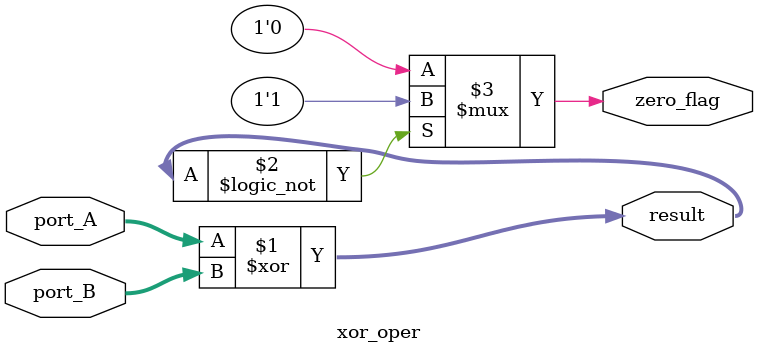
<source format=v>
module xor_oper #(parameter DATA_WIDTH = 8)(
	//input
	input [(DATA_WIDTH-1) : 0] port_A,
	input [(DATA_WIDTH-1) : 0] port_B,
	//output
	output [(DATA_WIDTH-1) : 0] result,
	
	output zero_flag
);

assign result = port_A ^ port_B;

assign zero_flag = (result==0)? 1'b1 : 1'b0;

endmodule

</source>
